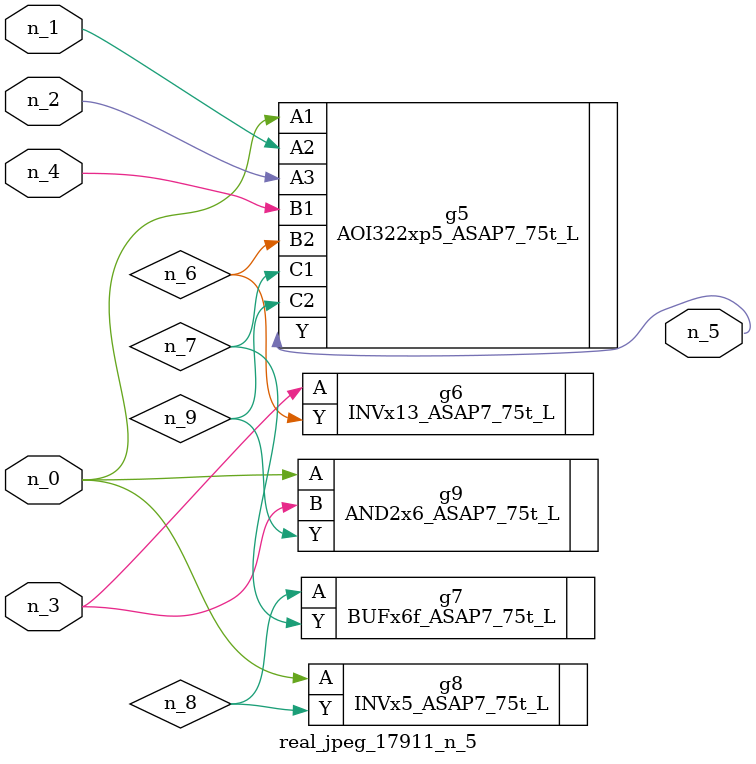
<source format=v>
module real_jpeg_17911_n_5 (n_4, n_0, n_1, n_2, n_3, n_5);

input n_4;
input n_0;
input n_1;
input n_2;
input n_3;

output n_5;

wire n_8;
wire n_6;
wire n_7;
wire n_9;

AOI322xp5_ASAP7_75t_L g5 ( 
.A1(n_0),
.A2(n_1),
.A3(n_2),
.B1(n_4),
.B2(n_6),
.C1(n_7),
.C2(n_9),
.Y(n_5)
);

INVx5_ASAP7_75t_L g8 ( 
.A(n_0),
.Y(n_8)
);

AND2x6_ASAP7_75t_L g9 ( 
.A(n_0),
.B(n_3),
.Y(n_9)
);

INVx13_ASAP7_75t_L g6 ( 
.A(n_3),
.Y(n_6)
);

BUFx6f_ASAP7_75t_L g7 ( 
.A(n_8),
.Y(n_7)
);


endmodule
</source>
